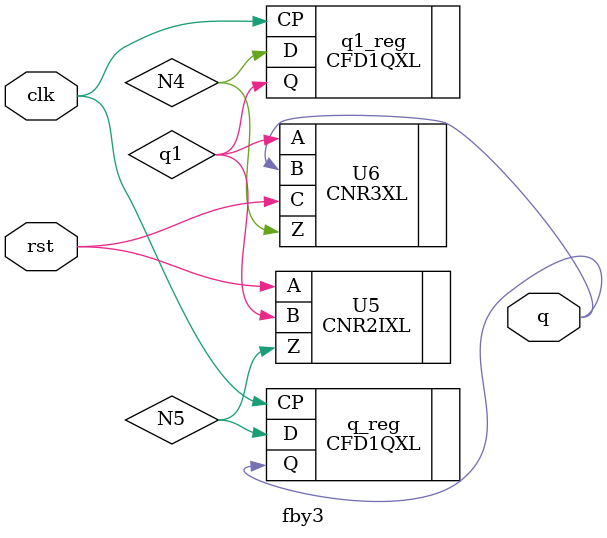
<source format=v>


module fby3 ( clk, rst, q );
  input clk, rst;
  output q;
  wire   q1, N4, N5;

  CFD1QXL q1_reg ( .D(N4), .CP(clk), .Q(q1) );
  CFD1QXL q_reg ( .D(N5), .CP(clk), .Q(q) );
  CNR2IXL U5 ( .B(q1), .A(rst), .Z(N5) );
  CNR3XL U6 ( .A(q1), .B(q), .C(rst), .Z(N4) );
endmodule


</source>
